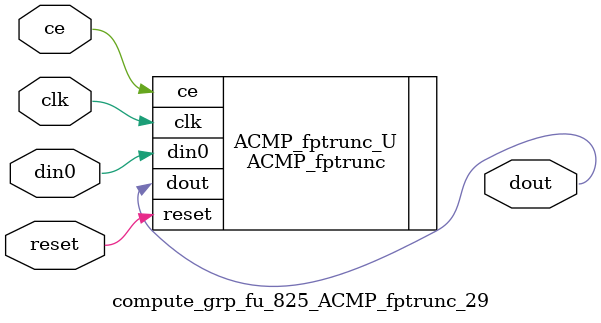
<source format=v>

`timescale 1 ns / 1 ps
module compute_grp_fu_825_ACMP_fptrunc_29(
    clk,
    reset,
    ce,
    din0,
    dout);

parameter ID = 32'd1;
parameter NUM_STAGE = 32'd1;
parameter din0_WIDTH = 32'd1;
parameter dout_WIDTH = 32'd1;
input clk;
input reset;
input ce;
input[din0_WIDTH - 1:0] din0;
output[dout_WIDTH - 1:0] dout;



ACMP_fptrunc #(
.ID( ID ),
.NUM_STAGE( 3 ),
.din0_WIDTH( din0_WIDTH ),
.dout_WIDTH( dout_WIDTH ))
ACMP_fptrunc_U(
    .clk( clk ),
    .reset( reset ),
    .ce( ce ),
    .din0( din0 ),
    .dout( dout ));

endmodule

</source>
